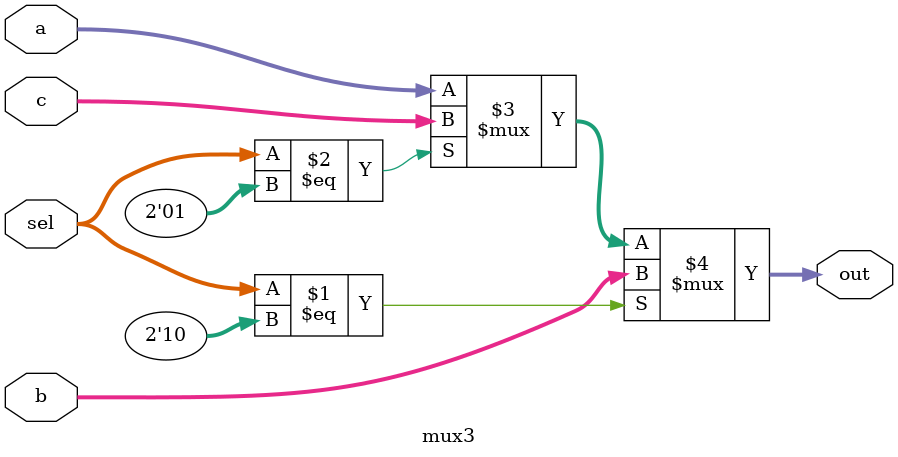
<source format=v>
module mux3( sel, a, b, c, out ) ;
	parameter bitwidth=32;
    input[1:0] sel;
    input  [bitwidth-1:0] a, b, c ;
    output [bitwidth-1:0] out;

    assign out = (sel == 2'b10) ? b : (sel == 2'b01) ? c : a ;
	
endmodule 
</source>
